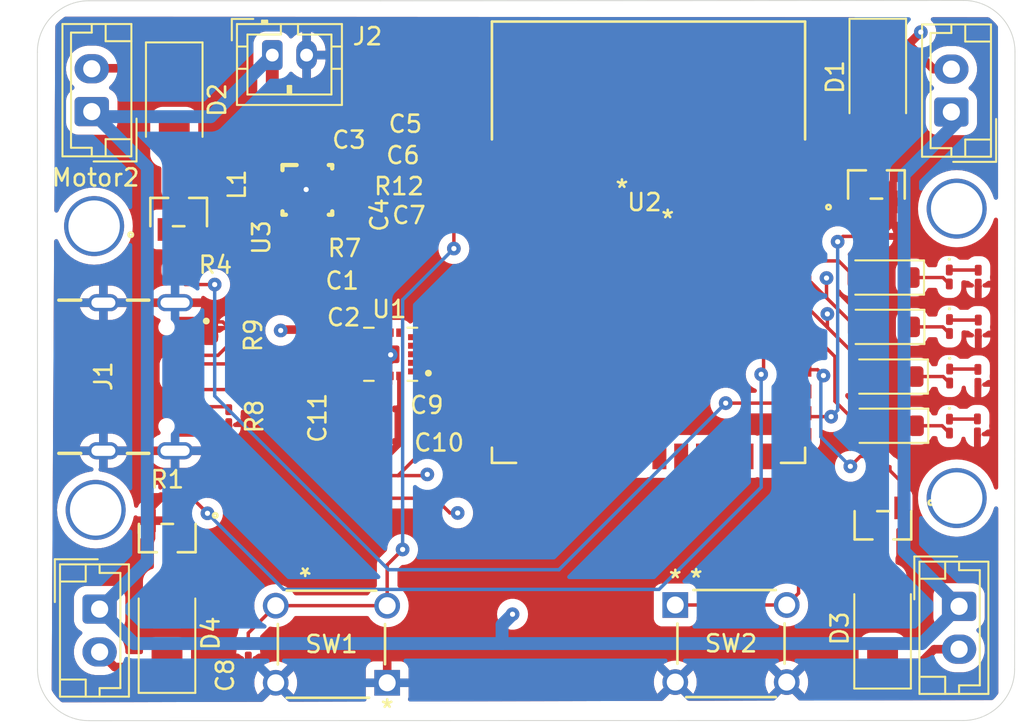
<source format=kicad_pcb>
(kicad_pcb (version 20240108) (generator "pcbnew") (generator_version "8.0")
  (layers (0 "F.Cu" jumper) (31 "B.Cu" signal) (34 "B.Paste" user) (35 "F.Paste" user) (36 "B.SilkS" user "B.Silkscreen") (37 "F.SilkS" user "F.Silkscreen") (38 "B.Mask" user) (39 "F.Mask" user) (44 "Edge.Cuts" user))
  (net 0 "")
  (net 1 "GND")
  (net 2 "Net-(D1-K)")
  (net 3 "Net-(D1-A)")
  (net 4 "Net-(D2-A)")
  (net 5 "Net-(D2-K)")
  (net 6 "Net-(D3-A)")
  (net 7 "Net-(D3-K)")
  (net 8 "Net-(D4-K)")
  (net 9 "Net-(D4-A)")
  (net 11 "+3V3")
  (net 12 "VAA")
  (net 13 "Net-(U3-SS)")
  (net 14 "Net-(D5-K)")
  (net 15 "Net-(D6-K)")
  (net 16 "Net-(U3-L2)")
  (net 17 "Net-(U3-L1)")
  (net 18 "Net-(U3-PG)")
  (net 41 "D-")
  (net 42 "D+")
  (net 44 "Net-(J1-CC2)")
  (net 47 "Net-(J1-CC1)")
  (net 49 "Net-(U2-EN)")
  (net 50 "LED_1")
  (net 51 "LED_2")
  (net 52 "LED_3")
  (net 53 "Net-(D9-K)")
  (net 54 "Net-(D10-K)")
  (net 55 "LED_4")
  (net 56 "Net-(LED1-K)")
  (net 57 "Net-(LED2-K)")
  (net 58 "Net-(LED3-K)")
  (net 59 "Net-(LED4-K)")
  (net 60 "Motor_3_PWM")
  (net 61 "Motor_4_PWM")
  (net 62 "Motor_1_PWM")
  (net 63 "Motor_2_PWM")
  (net 64 "Net-(U2-IO0)")
  (net 65 "Net-(U1-REGOUT)")
  (net 66 "IMU_CS")
  (net 67 "IMU_SDI")
  (net 68 "IMU_INT")
  (net 69 "IMU_SDO")
  (net 70 "IMU_SCLK")
  (footprint "Resistor_SMD:R_0201_0603Metric" (layer "F.Cu") (at 138.27 96.3 180)
    (property "Reference" "R2" (hide yes))
    (property "Value" "10k")
  )
  (footprint "Capacitor_SMD:C_0201_0603Metric_Pad0.64x0.40mm_HandSolder" (layer "F.Cu") (at 105.03 77.04)
    (property "Reference" "C3")
    (property "Value" "10μF")
  )
  (footprint "SI3202_TP:SOT-23_MCC" (layer "F.Cu") (at 137.93 79.73)
    (property "Reference" "MOSFET3" (hide yes))
    (property "Value" "SI2302-TP")
  )
  (footprint "Diode_SMD:D_SOD-123" (layer "F.Cu") (at 138.575 90.94 180)
    (property "Reference" "D6" (hide yes))
    (property "Value" "1N4148W")
  )
  (footprint "Resistor_SMD:R_0201_0603Metric" (layer "F.Cu") (at 96.57 97.94 180)
    (property "Reference" "R1")
    (property "Value" "10k")
  )
  (footprint "Diode_SMD:D_SMA" (layer "F.Cu") (at 138.29 105.6375 90)
    (property "Reference" "D3")
    (property "Value" "SS14")
  )
  (footprint "LED_SMD:LED_0201_0603Metric_Pad0.64x0.40mm_HandSolder" (layer "F.Cu") (at 142.19 88.02 -90)
    (property "Reference" "LED3" (hide yes))
    (property "Value" "LED")
  )
  (footprint "Capacitor_SMD:C_0201_0603Metric_Pad0.64x0.40mm_HandSolder" (layer "F.Cu") (at 104.912499 84.91)
    (property "Reference" "C1")
    (property "Value" "10μF")
  )
  (footprint "Resistor_SMD:R_0201_0603Metric_Pad0.64x0.40mm_HandSolder" (layer "F.Cu") (at 100.24 88.59 -90)
    (property "Reference" "R9")
    (property "Value" "5.1")
  )
  (footprint "Diode_SMD:D_SOD-123" (layer "F.Cu") (at 138.595 93.81 180)
    (property "Reference" "D5" (hide yes))
    (property "Value" "1N4148W")
  )
  (footprint "SI3202_TP:SOT-23_MCC" (layer "F.Cu") (at 138.31 99.62 180)
    (property "Reference" "MOSFET1" (hide yes))
    (property "Value" "SI2302-TP")
  )
  (footprint "Resistor_SMD:R_0201_0603Metric_Pad0.64x0.40mm_HandSolder" (layer "F.Cu") (at 100.16 93.28 -90)
    (property "Reference" "R8")
    (property "Value" "5.1k")
  )
  (footprint "LED_SMD:LED_0201_0603Metric_Pad0.64x0.40mm_HandSolder" (layer "F.Cu") (at 142.2 90.91 -90)
    (property "Reference" "LED2" (hide yes))
    (property "Value" "LED")
  )
  (footprint "Capacitor_SMD:C_0201_0603Metric_Pad0.64x0.40mm_HandSolder" (layer "F.Cu") (at 104.91 86.63)
    (property "Reference" "C2")
    (property "Value" "10μF")
  )
  (footprint "Capacitor_SMD:C_0201_0603Metric_Pad0.64x0.40mm_HandSolder" (layer "F.Cu") (at 101.299999 106.9006 90)
    (property "Reference" "C8")
    (property "Value" "22μF")
  )
  (footprint "Diode_SMD:D_SMA" (layer "F.Cu") (at 96.9825 74.95 -90)
    (property "Reference" "D2")
    (property "Value" "SS14")
  )
  (footprint "Capacitor_SMD:C_0201_0603Metric_Pad0.64x0.40mm_HandSolder" (layer "F.Cu") (at 101.76 79.82 -90)
    (property "Reference" "L1")
    (property "Value" "1.5 μH")
  )
  (footprint "SI3202_TP:SOT-23_MCC" (layer "F.Cu") (at 96.57615 100.366 180)
    (property "Reference" "MOSFET2" (hide yes))
    (property "Value" "SI2302-TP")
  )
  (footprint "Connector_JST:JST_EH_B2B-EH-A_1x02_P2.50mm_Vertical" (layer "F.Cu") (at 92.1725 75.4775 90)
    (property "Reference" "Motor2")
    (property "Value" "Conn_01x02")
  )
  (footprint "Diode_SMD:D_SOD-123" (layer "F.Cu") (at 138.3475 85.16 180)
    (property "Reference" "D10" (hide yes))
    (property "Value" "1N4148W")
  )
  (footprint "Connector_JST:JST_PH_B2B-PH-K_1x02_P2.00mm_Vertical" (layer "F.Cu") (at 102.7 72.18)
    (property "Reference" "J2")
    (property "Value" "Conn_01x02")
  )
  (footprint "Buttons:SW4_1825910-B_TEC" (layer "F.Cu") (at 102.899999 104.31 180)
    (property "Reference" "SW1")
    (property "Value" "1825910-6")
  )
  (footprint "Connector_JST:JST_EH_B2B-EH-A_1x02_P2.50mm_Vertical" (layer "F.Cu") (at 142.3 75.5 90)
    (property "Reference" "Motor1" (hide yes))
    (property "Value" "Conn_01x02")
  )
  (footprint "Resistor_SMD:R_0201_0603Metric_Pad0.64x0.40mm_HandSolder" (layer "F.Cu") (at 143.87 88.05 -90)
    (property "Reference" "R10" (hide yes))
    (property "Value" "10k")
  )
  (footprint "Capacitor_SMD:C_0201_0603Metric_Pad0.64x0.40mm_HandSolder" (layer "F.Cu") (at 112.82 81.56 180)
    (property "Reference" "C7")
    (property "Value" "22μF")
  )
  (footprint "Connector_JST:JST_EH_B2B-EH-A_1x02_P2.50mm_Vertical" (layer "F.Cu") (at 92.63 104.51 -90)
    (property "Reference" "Motor4" (hide yes))
    (property "Value" "Conn_01x02")
  )
  (footprint "Capacitor_SMD:C_0201_0603Metric_Pad0.64x0.40mm_HandSolder" (layer "F.Cu") (at 112.89 76.32)
    (property "Reference" "C5")
    (property "Value" "100 nF")
  )
  (footprint "Resistor_SMD:R_0201_0603Metric_Pad0.64x0.40mm_HandSolder" (layer "F.Cu") (at 104.95 83.46)
    (property "Reference" "R7")
    (property "Value" "1M")
  )
  (footprint "Resistor_SMD:R_0201_0603Metric_Pad0.64x0.40mm_HandSolder" (layer "F.Cu") (at 143.82 93.82 -90)
    (property "Reference" "R5" (hide yes))
    (property "Value" "10k")
  )
  (footprint "Buttons:SW4_1825910-B_TEC" (layer "F.Cu") (at 132.7 108.770001)
    (property "Reference" "SW2")
    (property "Value" "1825910-6")
  )
  (footprint "Resistor_SMD:R_0201_0603Metric_Pad0.64x0.40mm_HandSolder" (layer "F.Cu") (at 143.8475 90.93 -90)
    (property "Reference" "R6" (hide yes))
    (property "Value" "10k")
  )
  (footprint "LED_SMD:LED_0201_0603Metric_Pad0.64x0.40mm_HandSolder" (layer "F.Cu") (at 142.19 93.83 -90)
    (property "Reference" "LED1" (hide yes))
    (property "Value" "LED")
  )
  (footprint "Capacitor_SMD:C_0201_0603Metric_Pad0.64x0.40mm_HandSolder" (layer "F.Cu") (at 107.88 80.31 90)
    (property "Reference" "C4")
    (property "Value" "1nF")
  )
  (footprint "LED_SMD:LED_0201_0603Metric_Pad0.64x0.40mm_HandSolder" (layer "F.Cu") (at 142.18 85.13 -90)
    (property "Reference" "LED4" (hide yes))
    (property "Value" "LED")
  )
  (footprint "ICM_20608_G:PQFN50P300X300X80-16N" (layer "F.Cu") (at 109.6025 89.64 180)
    (property "Reference" "U1")
    (property "Value" "ICM-20608-G")
  )
  (footprint "TPS63051:RMW0012A" (layer "F.Cu") (at 104.744999 80.045001)
    (property "Reference" "U3")
    (property "Value" "TPS63051RMWR")
  )
  (footprint "SI3202_TP:SOT-23_MCC" (layer "F.Cu") (at 97.24 81.34)
    (property "Reference" "MOSFET4" (hide yes))
    (property "Value" "SI2302-TP")
  )
  (footprint "Resistor_SMD:R_0201_0603Metric_Pad0.64x0.40mm_HandSolder" (layer "F.Cu") (at 112.9 79.89 180)
    (property "Reference" "R12")
    (property "Value" "10k")
  )
  (footprint "Resistor_SMD:R_0201_0603Metric" (layer "F.Cu") (at 137.87 82.76)
    (property "Reference" "R3" (hide yes))
    (property "Value" "10k")
  )
  (footprint "Connector_JST:JST_EH_B2B-EH-A_1x02_P2.50mm_Vertical" (layer "F.Cu") (at 142.75 104.35 -90)
    (property "Reference" "Motor3" (hide yes))
    (property "Value" "Conn_01x02")
  )
  (footprint "Diode_SMD:D_SMA" (layer "F.Cu") (at 138.01 73.5725 -90)
    (property "Reference" "D1")
    (property "Value" "SS14")
  )
  (footprint "Resistor_SMD:R_0201_0603Metric" (layer "F.Cu") (at 97.29 84.71)
    (property "Reference" "R4")
    (property "Value" "10k")
  )
  (footprint "USB4105_GF_A(2):GCT_USB4105-GF-A" (layer "F.Cu") (at 92.85 90.95 -90)
    (property "Reference" "J1")
    (property "Value" "USB4105-GF-A")
  )
  (footprint "Diode_SMD:D_SMA" (layer "F.Cu") (at 96.56 105.89 90)
    (property "Reference" "D4")
    (property "Value" "SS14")
  )
  (footprint "Resistor_SMD:R_0201_0603Metric_Pad0.64x0.40mm_HandSolder" (layer "F.Cu") (at 143.8675 85.14 -90)
    (property "Reference" "R11" (hide yes))
    (property "Value" "10k")
  )
  (footprint "Diode_SMD:D_SOD-123" (layer "F.Cu") (at 138.3675 88.04 180)
    (property "Reference" "D9" (hide yes))
    (property "Value" "1N4148W")
  )
  (footprint "Capacitor_SMD:C_0201_0603Metric_Pad0.64x0.40mm_HandSolder" (layer "F.Cu") (at 107.1 93.35 90)
    (property "Reference" "C11")
    (property "Value" ".47μF")
  )
  (footprint "Capacitor_SMD:C_0201_0603Metric_Pad0.64x0.40mm_HandSolder" (layer "F.Cu") (at 112.89 78.11)
    (property "Reference" "C6")
    (property "Value" "22μF")
  )
  (footprint "ESP32_S3:ESP32-S3-WROOM-1_EXP" (layer "F.Cu") (at 124.64 83.1)
    (property "Reference" "U2")
    (property "Value" "ESP32-S3-WROOM-1-N16")
  )
  (footprint "Capacitor_SMD:C_0201_0603Metric_Pad0.64x0.40mm_HandSolder" (layer "F.Cu") (at 109.62 92.83)
    (property "Reference" "C9")
    (property "Value" "22μF")
  )
  (footprint "Capacitor_SMD:C_0201_0603Metric_Pad0.64x0.40mm_HandSolder" (layer "F.Cu") (at 109.61 94.73)
    (property "Reference" "C10")
    (property "Value" "100 nF")
  )
  (gr_line (start 143.01 68.99) (end 129.99 69) (stroke (width 0.05)) (layer "Edge.Cuts"))
  (gr_arc (start 89 72.01) (mid 89.87868 69.88868) (end 92 69.01) (stroke (width 0.05)) (layer "Edge.Cuts"))
  (gr_line (start 89 72.01) (end 89.01 108.02) (stroke (width 0.05)) (layer "Edge.Cuts"))
  (gr_line (start 109.01 69.01) (end 92 69.01) (stroke (width 0.05)) (layer "Edge.Cuts"))
  (gr_arc (start 92.01 111.02) (mid 89.88868 110.14132) (end 89.01 108.02) (stroke (width 0.05)) (layer "Edge.Cuts"))
  (gr_line (start 129.99 69) (end 109.01 69.01) (stroke (width 0.05)) (layer "Edge.Cuts"))
  (gr_line (start 92.01 111.02) (end 142.99 111.01) (stroke (width 0.05)) (layer "Edge.Cuts"))
  (gr_arc (start 145.99 108.01) (mid 145.11132 110.13132) (end 142.99 111.01) (stroke (width 0.05)) (layer "Edge.Cuts"))
  (gr_arc (start 143.01 68.99) (mid 145.13132 69.86868) (end 146.01 71.99) (stroke (width 0.05)) (layer "Edge.Cuts"))
  (gr_line (start 145.99 108.01) (end 146.01 71.99) (stroke (width 0.05)) (layer "Edge.Cuts"))
  (via (at 92.31 82.16) (size 3.5) (drill 3) (layers "F.Cu" "B.Cu") (net 0))
  (via (at 142.61 81.14) (size 3.5) (drill 3) (layers "F.Cu" "B.Cu") (net 0))
  (via (at 142.61 98.03) (size 3.5) (drill 3) (layers "F.Cu" "B.Cu") (net 0))
  (via (at 92.4 98.72) (size 3.5) (drill 3) (layers "F.Cu" "B.Cu") (net 0))
  (segment (start 104.674999 80.025001) (end 104.444997 79.794999) (width 0.2) (layer "F.Cu") (net 1))
  (segment (start 138.87615 80.746) (end 138.87615 82.07385) (width 0.2) (layer "F.Cu") (net 1))
  (segment (start 104.905001 79.794999) (end 105.894999 79.794999) (width 0.2) (layer "F.Cu") (net 1))
  (segment (start 109.6025 89.67) (end 109.1025 89.17) (width 0.2) (layer "F.Cu") (net 1))
  (segment (start 137.36385 96.88615) (end 137.95 96.3) (width 0.2) (layer "F.Cu") (net 1))
  (segment (start 99.7575 94.09) (end 100.16 93.6875) (width 0.2) (layer "F.Cu") (net 1))
  (segment (start 97.75 94.15) (end 97.81 94.09) (width 0.2) (layer "F.Cu") (net 1))
  (segment (start 97.605 94.15) (end 97.75 94.15) (width 0.2) (layer "F.Cu") (net 1))
  (segment (start 97.81 94.09) (end 99.7575 94.09) (width 0.2) (layer "F.Cu") (net 1))
  (segment (start 95.63 99.35) (end 95.63 98.47) (width 0.5) (layer "F.Cu") (net 1))
  (segment (start 95.63 98.47) (end 95.72 98.47) (width 0.5) (layer "F.Cu") (net 1))
  (segment (start 138.87615 82.07385) (end 138.19 82.76) (width 0.2) (layer "F.Cu") (net 1))
  (segment (start 109.6025 89.67) (end 109.6025 90.9) (width 0.2) (layer "F.Cu") (net 1))
  (segment (start 99.8075 87.75) (end 97.605 87.75) (width 0.2) (layer "F.Cu") (net 1))
  (segment (start 105.3175 86.63) (end 105.3175 84.912499) (width 0.2) (layer "F.Cu") (net 1))
  (segment (start 109.6025 91.362501) (end 109.6025 90.9) (width 0.2) (layer "F.Cu") (net 1))
  (segment (start 109.215 91.95) (end 109.215 91.750001) (width 0.2) (layer "F.Cu") (net 1))
  (segment (start 104.674999 80.025001) (end 104.905001 79.794999) (width 0.2) (layer "F.Cu") (net 1))
  (segment (start 96.21 97.98) (end 96.21 97.94) (width 0.5) (layer "F.Cu") (net 1))
  (segment (start 104.674999 80.025001) (end 105.019997 80.369999) (width 0.2) (layer "F.Cu") (net 1))
  (segment (start 109.1025 89.17) (end 109.1025 88.38) (width 0.2) (layer "F.Cu") (net 1))
  (segment (start 105.3175 84.912499) (end 105.319999 84.91) (width 0.2) (layer "F.Cu") (net 1))
  (segment (start 100.24 88.1825) (end 99.8075 87.75) (width 0.2) (layer "F.Cu") (net 1))
  (segment (start 137.36385 98.604) (end 137.36385 96.88615) (width 0.2) (layer "F.Cu") (net 1))
  (segment (start 104.444997 79.794999) (end 103.594999 79.794999) (width 0.2) (layer "F.Cu") (net 1))
  (segment (start 105.019997 80.369999) (end 105.019997 81.194999) (width 0.2) (layer "F.Cu") (net 1))
  (segment (start 109.215 91.750001) (end 109.6025 91.362501) (width 0.2) (layer "F.Cu") (net 1))
  (segment (start 95.72 98.47) (end 96.21 97.98) (width 0.5) (layer "F.Cu") (net 1))
  (via (at 109.6025 89.67) (size 0.8) (drill 0.3) (layers "F.Cu" "B.Cu") (net 1))
  (via (at 104.674999 80.025001) (size 0.8) (drill 0.3) (layers "F.Cu" "B.Cu") (net 1))
  (segment (start 139.8325 71.5725) (end 139.8325 71.5275) (width 0.5) (layer "F.Cu") (net 2))
  (segment (start 139.8325 71.5725) (end 141.26 73) (width 0.5) (layer "F.Cu") (net 2))
  (segment (start 139.8325 71.5275) (end 140.52 70.84) (width 0.5) (layer "F.Cu") (net 2))
  (segment (start 141.26 73) (end 142.3 73) (width 0.5) (layer "F.Cu") (net 2))
  (segment (start 138.01 71.5725) (end 139.8325 71.5725) (width 0.5) (layer "F.Cu") (net 2))
  (via (at 140.52 70.84) (size 0.8) (drill 0.3) (layers "F.Cu" "B.Cu") (net 2))
  (segment (start 138.01 78.634) (end 137.93 78.714) (width 0.5) (layer "F.Cu") (net 3))
  (segment (start 138.01 75.5725) (end 138.01 78.634) (width 0.5) (layer "F.Cu") (net 3))
  (segment (start 96.9825 76.95) (end 96.9825 80.0665) (width 0.5) (layer "F.Cu") (net 4))
  (segment (start 97.22 77.1875) (end 96.9825 76.95) (width 0.2) (layer "F.Cu") (net 4))
  (segment (start 96.9825 80.0665) (end 97.24 80.324) (width 0.5) (layer "F.Cu") (net 4))
  (segment (start 92.2 72.95) (end 92.1725 72.9775) (width 0.2) (layer "F.Cu") (net 5))
  (segment (start 96.9825 72.95) (end 92.2 72.95) (width 0.5) (layer "F.Cu") (net 5))
  (segment (start 138.29 100.656) (end 138.31 100.636) (width 0.2) (layer "F.Cu") (net 6))
  (segment (start 138.29 103.6375) (end 138.29 100.656) (width 0.5) (layer "F.Cu") (net 6))
  (segment (start 142.75 106.85) (end 141.3 106.85) (width 0.5) (layer "F.Cu") (net 7))
  (segment (start 140.5125 107.6375) (end 138.29 107.6375) (width 0.5) (layer "F.Cu") (net 7))
  (segment (start 141.3 106.85) (end 140.5125 107.6375) (width 0.5) (layer "F.Cu") (net 7))
  (segment (start 93.51 107.89) (end 92.63 107.01) (width 0.5) (layer "F.Cu") (net 8))
  (segment (start 96.56 107.89) (end 93.51 107.89) (width 0.5) (layer "F.Cu") (net 8))
  (segment (start 96.57615 101.382) (end 96.57615 102.47615) (width 0.5) (layer "F.Cu") (net 9))
  (segment (start 96.57615 102.47615) (end 96.56 102.4923) (width 0.5) (layer "F.Cu") (net 9))
  (segment (start 96.56 102.4923) (end 96.56 103.89) (width 0.5) (layer "F.Cu") (net 9))
  (segment (start 110.1775 92.68) (end 110.1775 90.9) (width 0.4) (layer "F.Cu") (net 11))
  (segment (start 112.4925 79.114999) (end 113.2975 78.309999) (width 0.5) (layer "F.Cu") (net 11))
  (segment (start 114.2975 79.11) (end 115.89 79.11) (width 0.5) (layer "F.Cu") (net 11))
  (segment (start 104.5025 86.63) (end 104.5025 86.488332) (width 0.5) (layer "F.Cu") (net 11))
  (segment (start 104.5025 88.2) (end 103.24 88.2) (width 0.5) (layer "F.Cu") (net 11))
  (segment (start 104.504999 84.91) (end 104.504999 86.627501) (width 0.4) (layer "F.Cu") (net 11))
  (segment (start 110.0275 94.72) (end 110.0175 94.73) (width 0.4) (layer "F.Cu") (net 11))
  (segment (start 104.5025 88.2) (end 105.67 88.2) (width 0.5) (layer "F.Cu") (net 11))
  (segment (start 110.0275 92.83) (end 110.1775 92.68) (width 0.4) (layer "F.Cu") (net 11))
  (segment (start 113.2975 78.309999) (end 113.2975 78.11) (width 0.5) (layer "F.Cu") (net 11))
  (segment (start 105.67 88.2) (end 110.59 83.28) (width 0.5) (layer "F.Cu") (net 11))
  (segment (start 103.994999 82.912499) (end 104.5425 83.46) (width 0.4) (layer "F.Cu") (net 11))
  (segment (start 104.504999 86.627501) (end 104.5025 86.63) (width 0.4) (layer "F.Cu") (net 11))
  (segment (start 103.24 88.2) (end 103.19 88.25) (width 0.5) (layer "F.Cu") (net 11))
  (segment (start 109.307499 95.64) (end 107.53 95.64) (width 0.4) (layer "F.Cu") (net 11))
  (segment (start 103.994999 81.194999) (end 103.594999 80.794999) (width 0.4) (layer "F.Cu") (net 11))
  (segment (start 111.69 79.89) (end 112.4925 79.89) (width 0.5) (layer "F.Cu") (net 11))
  (segment (start 113.2975 78.11) (end 114.2975 79.11) (width 0.5) (layer "F.Cu") (net 11))
  (segment (start 110.0175 94.929999) (end 109.307499 95.64) (width 0.4) (layer "F.Cu") (net 11))
  (segment (start 113.2975 78.11) (end 113.2975 76.32) (width 0.5) (layer "F.Cu") (net 11))
  (segment (start 104.5425 84.872499) (end 104.504999 84.91) (width 0.4) (layer "F.Cu") (net 11))
  (segment (start 104.5425 83.46) (end 104.5425 84.872499) (width 0.4) (layer "F.Cu") (net 11))
  (segment (start 104.519998 81.194999) (end 103.994999 81.194999) (width 0.4) (layer "F.Cu") (net 11))
  (segment (start 104.5025 92.6125) (end 104.5025 86.63) (width 0.4) (layer "F.Cu") (net 11))
  (segment (start 103.994999 81.194999) (end 103.994999 82.912499) (width 0.4) (layer "F.Cu") (net 11))
  (segment (start 110.0275 92.83) (end 110.0275 94.72) (width 0.4) (layer "F.Cu") (net 11))
  (segment (start 110.59 83.28) (end 110.59 80.99) (width 0.5) (layer "F.Cu") (net 11))
  (segment (start 110.59 80.99) (end 111.69 79.89) (width 0.5) (layer "F.Cu") (net 11))
  (segment (start 107.53 95.64) (end 104.5025 92.6125) (width 0.4) (layer "F.Cu") (net 11))
  (segment (start 110.0175 94.73) (end 110.0175 94.929999) (width 0.4) (layer "F.Cu") (net 11))
  (segment (start 112.4925 79.89) (end 112.4925 79.114999) (width 0.5) (layer "F.Cu") (net 11))
  (via (at 103.19 88.25) (size 0.8) (drill 0.3) (layers "F.Cu" "B.Cu") (net 11))
  (segment (start 102.7 72.18) (end 102.7 75.1175) (width 0.75) (layer "F.Cu") (net 12))
  (segment (start 104.6225 78.767498) (end 104.494997 78.895001) (width 0.75) (layer "F.Cu") (net 12))
  (segment (start 104.6225 77.04) (end 104.6225 78.767498) (width 0.75) (layer "F.Cu") (net 12))
  (segment (start 102.7 75.1175) (end 104.6225 77.04) (width 0.75) (layer "F.Cu") (net 12))
  (segment (start 104.994996 78.895001) (end 104.494997 78.895001) (width 0.5) (layer "F.Cu") (net 12))
  (via (at 116.71 104.81) (size 0.8) (drill 0.3) (layers "F.Cu" "B.Cu") (net 12))
  (segment (start 139.54 101.14) (end 139.54 79.16) (width 0.75) (layer "B.Cu") (net 12))
  (segment (start 92.63 104.51) (end 94.64 106.52) (width 0.75) (layer "B.Cu") (net 12))
  (segment (start 95.41 78.715) (end 92.1725 75.4775) (width 0.75) (layer "B.Cu") (net 12))
  (segment (start 116.1 106.52) (end 116.1 105.42) (width 0.75) (layer "B.Cu") (net 12))
  (segment (start 139.54 79.16) (end 142.75 75.95) (width 0.75) (layer "B.Cu") (net 12))
  (segment (start 116.1 106.52) (end 140.58 106.52) (width 0.75) (layer "B.Cu") (net 12))
  (segment (start 116.1 105.42) (end 116.71 104.81) (width 0.75) (layer "B.Cu") (net 12))
  (segment (start 95.41 101.73) (end 95.41 78.715) (width 0.75) (layer "B.Cu") (net 12))
  (segment (start 140.58 106.52) (end 142.59 104.51) (width 0.75) (layer "B.Cu") (net 12))
  (segment (start 92.4675 75.7725) (end 99.1075 75.7725) (width 0.75) (layer "B.Cu") (net 12))
  (segment (start 142.59 104.51) (end 142.75 104.35) (width 0.2) (layer "B.Cu") (net 12))
  (segment (start 99.1075 75.7725) (end 102.7 72.18) (width 0.75) (layer "B.Cu") (net 12))
  (segment (start 92.63 104.51) (end 95.41 101.73) (width 0.75) (layer "B.Cu") (net 12))
  (segment (start 142.75 75.95) (end 142.3 75.5) (width 0.2) (layer "B.Cu") (net 12))
  (segment (start 92.1725 75.4775) (end 92.4675 75.7725) (width 0.75) (layer "B.Cu") (net 12))
  (segment (start 142.75 104.35) (end 139.54 101.14) (width 0.75) (layer "B.Cu") (net 12))
  (segment (start 94.64 106.52) (end 116.1 106.52) (width 0.75) (layer "B.Cu") (net 12))
  (segment (start 107.7 80.7875) (end 107.692501 80.794999) (width 0.2) (layer "F.Cu") (net 13))
  (segment (start 107.692501 80.794999) (end 105.894999 80.794999) (width 0.2) (layer "F.Cu") (net 13))
  (segment (start 141.7625 93.81) (end 142.19 94.2375) (width 0.2) (layer "F.Cu") (net 14))
  (segment (start 140.285 93.77) (end 140.245 93.81) (width 0.2) (layer "F.Cu") (net 14))
  (segment (start 140.245 93.81) (end 141.7625 93.81) (width 0.2) (layer "F.Cu") (net 14))
  (segment (start 140.255 90.91) (end 140.225 90.94) (width 0.2) (layer "F.Cu") (net 15))
  (segment (start 140.225 90.94) (end 141.8225 90.94) (width 0.2) (layer "F.Cu") (net 15))
  (segment (start 141.8225 90.94) (end 142.2 91.3175) (width 0.2) (layer "F.Cu") (net 15))
  (segment (start 101.76 80.2275) (end 103.527498 80.2275) (width 0.2) (layer "F.Cu") (net 16))
  (segment (start 103.527498 80.2275) (end 103.594997 80.294999) (width 0.2) (layer "F.Cu") (net 16))
  (segment (start 101.76 79.4125) (end 101.8775 79.295) (width 0.2) (layer "F.Cu") (net 17))
  (segment (start 101.8775 79.295) (end 103.594999 79.295) (width 0.2) (layer "F.Cu") (net 17))
  (segment (start 105.760378 80.295001) (end 105.894999 80.295001) (width 0.2) (layer "F.Cu") (net 18))
  (segment (start 105.3575 80.697879) (end 105.760378 80.295001) (width 0.2) (layer "F.Cu") (net 18))
  (segment (start 105.3575 83.46) (end 105.3575 80.697879) (width 0.2) (layer "F.Cu") (net 18))
  (segment (start 110.03 96.72) (end 111.67 96.72) (width 0.2) (layer "F.Cu") (net 41))
  (segment (start 110.03 96.72) (end 107.07 96.72) (width 0.2) (layer "F.Cu") (net 41))
  (segment (start 115.89 93.08) (end 113.67 93.08) (width 0.2) (layer "F.Cu") (net 41))
  (segment (start 107.07 96.72) (end 100.55 90.2) (width 0.2) (layer "F.Cu") (net 41))
  (segment (start 96.78 91.2) (end 96.73 91.15) (width 0.2) (layer "F.Cu") (net 41))
  (segment (start 113.67 93.08) (end 110.03 96.72) (width 0.2) (layer "F.Cu") (net 41))
  (segment (start 111.67 96.72) (end 111.74 96.65) (width 0.2) (layer "F.Cu") (net 41))
  (segment (start 97.605 91.2) (end 96.78 91.2) (width 0.2) (layer "F.Cu") (net 41))
  (segment (start 96.73 90.25) (end 96.78 90.2) (width 0.2) (layer "F.Cu") (net 41))
  (segment (start 96.73 91.15) (end 96.73 90.25) (width 0.2) (layer "F.Cu") (net 41))
  (segment (start 96.78 90.2) (end 97.605 90.2) (width 0.2) (layer "F.Cu") (net 41))
  (segment (start 100.55 90.2) (end 97.605 90.2) (width 0.2) (layer "F.Cu") (net 41))
  (via (at 111.74 96.65) (size 0.8) (drill 0.3) (layers "F.Cu" "B.Cu") (net 41))
  (segment (start 98.48 90.92) (end 98.26 90.7) (width 0.2) (layer "F.Cu") (net 42))
  (segment (start 97.605 91.7) (end 98.43 91.7) (width 0.2) (layer "F.Cu") (net 42))
  (segment (start 107.052036 98.04) (end 112.2 98.04) (width 0.2) (layer "F.Cu") (net 42))
  (segment (start 98.43 91.7) (end 98.48 91.65) (width 0.2) (layer "F.Cu") (net 42))
  (segment (start 98.48 91.65) (end 98.48 90.92) (width 0.2) (layer "F.Cu") (net 42))
  (segment (start 113.06 98.9) (end 113.51 98.9) (width 0.2) (layer "F.Cu") (net 42))
  (segment (start 100.712036 91.7) (end 107.052036 98.04) (width 0.2) (layer "F.Cu") (net 42))
  (segment (start 112.2 98.04) (end 115.89 94.35) (width 0.2) (layer "F.Cu") (net 42))
  (segment (start 97.605 91.7) (end 100.712036 91.7) (width 0.2) (layer "F.Cu") (net 42))
  (segment (start 98.26 90.7) (end 97.605 90.7) (width 0.2) (layer "F.Cu") (net 42))
  (segment (start 112.2 98.04) (end 113.06 98.9) (width 0.2) (layer "F.Cu") (net 42))
  (via (at 113.51 98.9) (size 0.8) (drill 0.3) (layers "F.Cu" "B.Cu") (net 42))
  (segment (start 97.605 92.7) (end 99.9875 92.7) (width 0.2) (layer "F.Cu") (net 44))
  (segment (start 99.9875 92.7) (end 100.16 92.8725) (width 0.2) (layer "F.Cu") (net 44))
  (segment (start 97.605 89.7) (end 99.5375 89.7) (width 0.2) (layer "F.Cu") (net 47))
  (segment (start 99.5375 89.7) (end 100.24 88.9975) (width 0.2) (layer "F.Cu") (net 47))
  (segment (start 101.299999 106.4931) (end 101.299999 105.91) (width 0.2) (layer "F.Cu") (net 49))
  (segment (start 109.4 101.93) (end 110.3 101.03) (width 0.2) (layer "F.Cu") (net 49))
  (segment (start 109.4 104.31) (end 109.4 101.93) (width 0.2) (layer "F.Cu") (net 49))
  (segment (start 113.2275 79.97) (end 113.3075 79.89) (width 0.2) (layer "F.Cu") (net 49))
  (segment (start 113.2275 81.56) (end 113.2275 79.97) (width 0.2) (layer "F.Cu") (net 49))
  (segment (start 113.29 83.47) (end 113.29 81.6225) (width 0.2) (layer "F.Cu") (net 49))
  (segment (start 113.29 81.6225) (end 113.2275 81.56) (width 0.2) (layer "F.Cu") (net 49))
  (segment (start 113.7975 80.38) (end 113.3075 79.89) (width 0.2) (layer "F.Cu") (net 49))
  (segment (start 102.899999 104.31) (end 109.4 104.31) (width 0.2) (layer "F.Cu") (net 49))
  (segment (start 115.89 80.38) (end 113.7975 80.38) (width 0.2) (layer "F.Cu") (net 49))
  (segment (start 101.299999 105.91) (end 102.899999 104.31) (width 0.2) (layer "F.Cu") (net 49))
  (via (at 113.29 83.47) (size 0.8) (drill 0.3) (layers "F.Cu" "B.Cu") (net 49))
  (via (at 110.3 101.03) (size 0.8) (drill 0.3) (layers "F.Cu" "B.Cu") (net 49))
  (segment (start 110.3 86.46) (end 113.29 83.47) (width 0.2) (layer "B.Cu") (net 49))
  (segment (start 110.3 101.03) (end 110.3 86.46) (width 0.2) (layer "B.Cu") (net 49))
  (segment (start 135.51 92.375) (end 136.945 93.81) (width 0.2) (layer "F.Cu") (net 50))
  (segment (start 133.7329 88) (end 135.51 89.7771) (width 0.2) (layer "F.Cu") (net 50))
  (segment (start 135.51 89.7771) (end 135.51 92.375) (width 0.2) (layer "F.Cu") (net 50))
  (segment (start 133.39 88) (end 133.7329 88) (width 0.2) (layer "F.Cu") (net 50))
  (segment (start 133.7329 86.73) (end 135.12145 88.11855) (width 0.2) (layer "F.Cu") (net 51))
  (segment (start 135.12145 88.11855) (end 136.925 89.9221) (width 0.2) (layer "F.Cu") (net 51))
  (segment (start 133.39 86.73) (end 133.7329 86.73) (width 0.2) (layer "F.Cu") (net 51))
  (segment (start 136.925 89.9221) (end 136.925 90.94) (width 0.2) (layer "F.Cu") (net 51))
  (segment (start 135.07 87.285515) (end 135.07 88.0671) (width 0.2) (layer "F.Cu") (net 51))
  (segment (start 135.07 88.0671) (end 135.12145 88.11855) (width 0.2) (layer "F.Cu") (net 51))
  (via (at 135.07 87.285515) (size 0.8) (drill 0.3) (layers "F.Cu" "B.Cu") (net 51))
  (segment (start 133.39 85.46) (end 134.1375 85.46) (width 0.2) (layer "F.Cu") (net 52))
  (segment (start 135.02 85.19) (end 135.02 86.29) (width 0.2) (layer "F.Cu") (net 52))
  (segment (start 135.02 86.29) (end 134.99375 86.31625) (width 0.2) (layer "F.Cu") (net 52))
  (segment (start 134.99375 86.31625) (end 136.7175 88.04) (width 0.2) (layer "F.Cu") (net 52))
  (segment (start 134.1375 85.46) (end 134.99375 86.31625) (width 0.2) (layer "F.Cu") (net 52))
  (via (at 135.02 85.19) (size 0.8) (drill 0.3) (layers "F.Cu" "B.Cu") (net 52))
  (segment (start 142.19 88.4275) (end 141.8025 88.04) (width 0.2) (layer "F.Cu") (net 53))
  (segment (start 140.295 88.08) (end 140.275 88.1) (width 0.2) (layer "F.Cu") (net 53))
  (segment (start 141.8025 88.04) (end 140.0175 88.04) (width 0.2) (layer "F.Cu") (net 53))
  (segment (start 140.3075 85.14) (end 140.2975 85.15) (width 0.2) (layer "F.Cu") (net 54))
  (segment (start 142.18 85.5375) (end 141.8025 85.16) (width 0.2) (layer "F.Cu") (net 54))
  (segment (start 141.8025 85.16) (end 139.9975 85.16) (width 0.2) (layer "F.Cu") (net 54))
  (segment (start 133.39 84.19) (end 135.7275 84.19) (width 0.2) (layer "F.Cu") (net 55))
  (segment (start 135.7275 84.19) (end 136.6975 85.16) (width 0.2) (layer "F.Cu") (net 55))
  (segment (start 143.81 93.4225) (end 143.82 93.4125) (width 0.2) (layer "F.Cu") (net 56))
  (segment (start 142.19 93.4225) (end 143.81 93.4225) (width 0.2) (layer "F.Cu") (net 56))
  (segment (start 142.2 90.5025) (end 143.8275 90.5025) (width 0.2) (layer "F.Cu") (net 57))
  (segment (start 143.8275 90.5025) (end 143.8475 90.5225) (width 0.2) (layer "F.Cu") (net 57))
  (segment (start 143.87 87.6425) (end 142.22 87.6425) (width 0.2) (layer "F.Cu") (net 58))
  (segment (start 142.22 87.6425) (end 142.19 87.6125) (width 0.2) (layer "F.Cu") (net 58))
  (segment (start 142.18 84.7225) (end 143.8575 84.7225) (width 0.2) (layer "F.Cu") (net 59))
  (segment (start 143.8575 84.7225) (end 143.8675 84.7325) (width 0.2) (layer "F.Cu") (net 59))
  (segment (start 139.25615 98.604) (end 139.25615 96.96615) (width 0.2) (layer "F.Cu") (net 60))
  (segment (start 136.41 96.18) (end 136.99 95.6) (width 0.2) (layer "F.Cu") (net 60))
  (segment (start 138.59 96.14) (end 138.59 96.3) (width 0.2) (layer "F.Cu") (net 60))
  (segment (start 139.25615 96.96615) (end 138.59 96.3) (width 0.2) (layer "F.Cu") (net 60))
  (segment (start 133.39 90.54) (end 134.5 90.54) (width 0.2) (layer "F.Cu") (net 60))
  (segment (start 136.99 95.6) (end 138.05 95.6) (width 0.2) (layer "F.Cu") (net 60))
  (segment (start 134.5 90.54) (end 134.84 90.88) (width 0.2) (layer "F.Cu") (net 60))
  (segment (start 138.05 95.6) (end 138.59 96.14) (width 0.2) (layer "F.Cu") (net 60))
  (via (at 134.84 90.88) (size 0.8) (drill 0.3) (layers "F.Cu" "B.Cu") (net 60))
  (via (at 136.41 96.18) (size 0.8) (drill 0.3) (layers "F.Cu" "B.Cu") (net 60))
  (segment (start 134.69 94.46) (end 136.41 96.18) (width 0.2) (layer "B.Cu") (net 60))
  (segment (start 134.69 91.03) (end 134.69 94.46) (width 0.2) (layer "B.Cu") (net 60))
  (segment (start 134.84 90.88) (end 134.69 91.03) (width 0.2) (layer "B.Cu") (net 60))
  (segment (start 97.94 97.94) (end 96.89 97.94) (width 0.2) (layer "F.Cu") (net 61))
  (segment (start 96.89 97.94) (end 96.89 98.7177) (width 0.2) (layer "F.Cu") (net 61))
  (segment (start 98.92 98.92) (end 97.94 97.94) (width 0.2) (layer "F.Cu") (net 61))
  (segment (start 131.35 90.67) (end 131.21 90.81) (width 0.2) (layer "F.Cu") (net 61))
  (segment (start 133.39 89.27) (end 131.67 89.27) (width 0.2) (layer "F.Cu") (net 61))
  (segment (start 131.67 89.27) (end 131.35 89.59) (width 0.2) (layer "F.Cu") (net 61))
  (segment (start 131.35 89.59) (end 131.35 90.67) (width 0.2) (layer "F.Cu") (net 61))
  (segment (start 96.89 98.7177) (end 97.5223 99.35) (width 0.2) (layer "F.Cu") (net 61))
  (via (at 131.21 90.81) (size 0.8) (drill 0.3) (layers "F.Cu" "B.Cu") (net 61))
  (via (at 98.92 98.92) (size 0.8) (drill 0.3) (layers "F.Cu" "B.Cu") (net 61))
  (segment (start 131.21 90.81) (end 131.21 97.401399) (width 0.2) (layer "B.Cu") (net 61))
  (segment (start 103.3607 103.3607) (end 98.92 98.92) (width 0.2) (layer "B.Cu") (net 61))
  (segment (start 125.250699 103.3607) (end 103.3607 103.3607) (width 0.2) (layer "B.Cu") (net 61))
  (segment (start 131.21 97.401399) (end 125.250699 103.3607) (width 0.2) (layer "B.Cu") (net 61))
  (segment (start 136.98385 80.746) (end 136.98385 82.19385) (width 0.2) (layer "F.Cu") (net 62))
  (segment (start 136.98385 82.19385) (end 137.55 82.76) (width 0.2) (layer "F.Cu") (net 62))
  (segment (start 135.29 93.28) (end 133.59 93.28) (width 0.2) (layer "F.Cu") (net 62))
  (segment (start 135.98 82.76) (end 135.67 83.07) (width 0.2) (layer "F.Cu") (net 62))
  (segment (start 137.55 82.76) (end 135.98 82.76) (width 0.2) (layer "F.Cu") (net 62))
  (segment (start 133.59 93.28) (end 133.39 93.08) (width 0.2) (layer "F.Cu") (net 62))
  (via (at 135.29 93.28) (size 0.8) (drill 0.3) (layers "F.Cu" "B.Cu") (net 62))
  (via (at 135.67 83.07) (size 0.8) (drill 0.3) (layers "F.Cu" "B.Cu") (net 62))
  (segment (start 135.67 83.07) (end 135.67 92.9) (width 0.2) (layer "B.Cu") (net 62))
  (segment (start 135.67 92.9) (end 135.29 93.28) (width 0.2) (layer "B.Cu") (net 62))
  (segment (start 132.83 91.81) (end 132.6 92.04) (width 0.2) (layer "F.Cu") (net 63))
  (segment (start 97.630001 85.57) (end 96.97 84.909999) (width 0.2) (layer "F.Cu") (net 63))
  (segment (start 132.6 92.04) (end 132.15 92.49) (width 0.2) (layer "F.Cu") (net 63))
  (segment (start 99.34 85.57) (end 97.630001 85.57) (width 0.2) (layer "F.Cu") (net 63))
  (segment (start 96.97 84.909999) (end 96.97 84.71) (width 0.2) (layer "F.Cu") (net 63))
  (segment (start 132.15 92.49) (end 129.14 92.49) (width 0.2) (layer "F.Cu") (net 63))
  (segment (start 96.97 84.71) (end 96.97 83.03215) (width 0.2) (layer "F.Cu") (net 63))
  (segment (start 96.97 83.03215) (end 96.29385 82.356) (width 0.2) (layer "F.Cu") (net 63))
  (segment (start 133.39 91.81) (end 132.83 91.81) (width 0.2) (layer "F.Cu") (net 63))
  (via (at 129.14 92.49) (size 0.8) (drill 0.3) (layers "F.Cu" "B.Cu") (net 63))
  (via (at 99.34 85.57) (size 0.8) (drill 0.3) (layers "F.Cu" "B.Cu") (net 63))
  (segment (start 119.42 102.21) (end 109.48 102.21) (width 0.2) (layer "B.Cu") (net 63))
  (segment (start 99.34 92.07) (end 99.34 85.57) (width 0.2) (layer "B.Cu") (net 63))
  (segment (start 109.48 102.21) (end 99.34 92.07) (width 0.2) (layer "B.Cu") (net 63))
  (segment (start 129.14 92.49) (end 119.42 102.21) (width 0.2) (layer "B.Cu") (net 63))
  (segment (start 133.39 103.58) (end 132.7 104.27) (width 0.2) (layer "F.Cu") (net 64))
  (segment (start 126.199999 104.27) (end 132.7 104.27) (width 0.2) (layer "F.Cu") (net 64))
  (segment (start 133.39 94.35) (end 133.39 103.58) (width 0.2) (layer "F.Cu") (net 64))
  (segment (start 109.1025 90.94) (end 109.1025 90.9) (width 0.2) (layer "F.Cu") (net 65))
  (segment (start 107.1 92.9425) (end 109.1025 90.94) (width 0.2) (layer "F.Cu") (net 65))
  (segment (start 111.5025 88) (end 115.89 88) (width 0.2) (layer "F.Cu") (net 66))
  (segment (start 110.8625 88.64) (end 111.5025 88) (width 0.2) (layer "F.Cu") (net 66))
  (segment (start 112.83 90.54) (end 115.89 90.54) (width 0.2) (layer "F.Cu") (net 67))
  (segment (start 110.8925 89.61) (end 111.9 89.61) (width 0.2) (layer "F.Cu") (net 67))
  (segment (start 111.9 89.61) (end 112.83 90.54) (width 0.2) (layer "F.Cu") (net 67))
  (segment (start 110.8625 89.64) (end 110.8925 89.61) (width 0.2) (layer "F.Cu") (net 67))
  (segment (start 115.76 89.14) (end 115.89 89.27) (width 0.2) (layer "F.Cu") (net 69))
  (segment (start 110.8625 89.14) (end 115.76 89.14) (width 0.2) (layer "F.Cu") (net 69))
  (segment (start 111.1 90.14) (end 112.77 91.81) (width 0.2) (layer "F.Cu") (net 70))
  (segment (start 110.8625 90.14) (end 111.1 90.14) (width 0.2) (layer "F.Cu") (net 70))
  (segment (start 112.77 91.81) (end 115.89 91.81) (width 0.2) (layer "F.Cu") (net 70))
  (zone (net 1) (net_name "GND") (layer "F.Cu") (connect_pads (clearance 0.5)) (min_thickness 0.25) (fill yes (thermal_gap 0.5) (thermal_bridge_width 0.5))
    (polygon (pts (xy 145.04 109.82) (xy 145.015799 70.549694) (xy 145.02 69.97) (xy 90.05 69.94) (xy 89.83 109.95)))
  )
  (zone (net 1) (net_name "GND") (layer "B.Cu") (priority 1) (connect_pads (clearance 0.5)) (min_thickness 0.25) (fill yes (thermal_gap 0.5) (thermal_bridge_width 0.5))
    (polygon (pts (xy 90.05 69.94) (xy 89.83 109.95) (xy 145.04 109.82) (xy 145.02 69.97)))
  )
)
</source>
